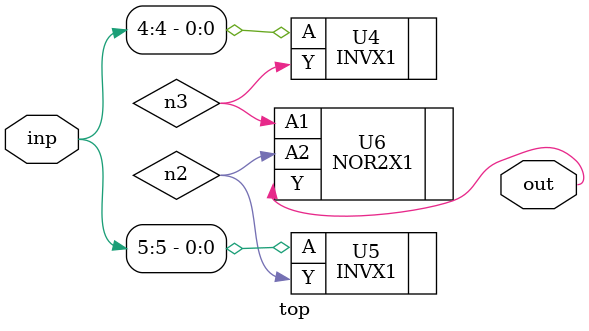
<source format=sv>


module top ( inp, out );
  input [5:0] inp;
  output out;
  wire   n2, n3;

  INVX1 U4 ( .A(inp[4]), .Y(n3) );
  INVX1 U5 ( .A(inp[5]), .Y(n2) );
  NOR2X1 U6 ( .A1(n3), .A2(n2), .Y(out) );
endmodule


</source>
